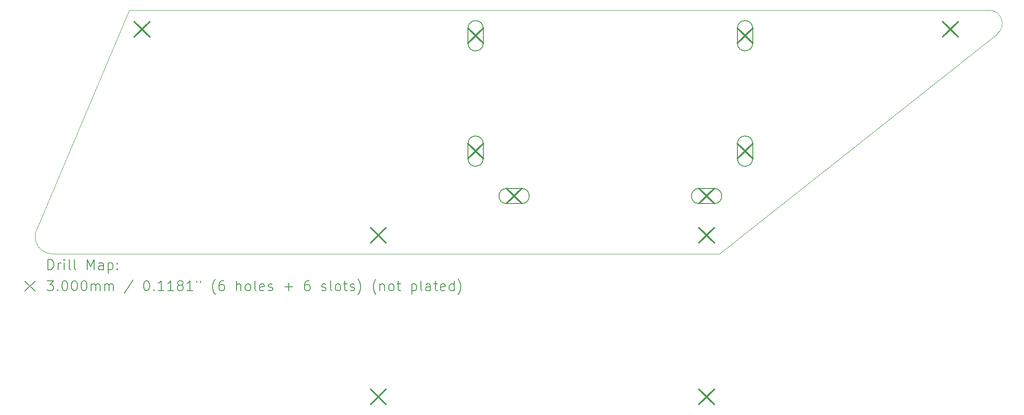
<source format=gbr>
%TF.GenerationSoftware,KiCad,Pcbnew,6.0.10-86aedd382b~118~ubuntu22.04.1*%
%TF.CreationDate,2023-01-22T11:45:30-06:00*%
%TF.ProjectId,badge,62616467-652e-46b6-9963-61645f706362,rev?*%
%TF.SameCoordinates,Original*%
%TF.FileFunction,Drillmap*%
%TF.FilePolarity,Positive*%
%FSLAX45Y45*%
G04 Gerber Fmt 4.5, Leading zero omitted, Abs format (unit mm)*
G04 Created by KiCad (PCBNEW 6.0.10-86aedd382b~118~ubuntu22.04.1) date 2023-01-22 11:45:30*
%MOMM*%
%LPD*%
G01*
G04 APERTURE LIST*
%ADD10C,0.050000*%
%ADD11C,0.200000*%
%ADD12C,0.300000*%
G04 APERTURE END LIST*
D10*
X5080000Y-10668000D02*
X18288000Y-10668000D01*
X4778813Y-10179908D02*
G75*
G03*
X5080000Y-10668000I301377J-151002D01*
G01*
X23622000Y-5842000D02*
X6604000Y-5842000D01*
X23622000Y-5842000D02*
X23622000Y-5842000D01*
X18288000Y-10668000D02*
X23784261Y-6316291D01*
X6604000Y-5842000D02*
X4778811Y-10179908D01*
X23784261Y-6316291D02*
G75*
G03*
X23622000Y-5842000I-162081J209451D01*
G01*
D11*
D12*
X6708000Y-6073000D02*
X7008000Y-6373000D01*
X7008000Y-6073000D02*
X6708000Y-6373000D01*
X11386000Y-10152000D02*
X11686000Y-10452000D01*
X11686000Y-10152000D02*
X11386000Y-10452000D01*
X11386000Y-13352000D02*
X11686000Y-13652000D01*
X11686000Y-13352000D02*
X11386000Y-13652000D01*
X13312000Y-6200000D02*
X13612000Y-6500000D01*
X13612000Y-6200000D02*
X13312000Y-6500000D01*
D11*
X13312000Y-6200000D02*
X13312000Y-6500000D01*
X13612000Y-6200000D02*
X13612000Y-6500000D01*
X13312000Y-6500000D02*
G75*
G03*
X13612000Y-6500000I150000J0D01*
G01*
X13612000Y-6200000D02*
G75*
G03*
X13312000Y-6200000I-150000J0D01*
G01*
D12*
X13312000Y-8486000D02*
X13612000Y-8786000D01*
X13612000Y-8486000D02*
X13312000Y-8786000D01*
D11*
X13312000Y-8486000D02*
X13312000Y-8786000D01*
X13612000Y-8486000D02*
X13612000Y-8786000D01*
X13312000Y-8786000D02*
G75*
G03*
X13612000Y-8786000I150000J0D01*
G01*
X13612000Y-8486000D02*
G75*
G03*
X13312000Y-8486000I-150000J0D01*
G01*
D12*
X14074000Y-9375000D02*
X14374000Y-9675000D01*
X14374000Y-9375000D02*
X14074000Y-9675000D01*
D11*
X14074000Y-9675000D02*
X14374000Y-9675000D01*
X14074000Y-9375000D02*
X14374000Y-9375000D01*
X14374000Y-9675000D02*
G75*
G03*
X14374000Y-9375000I0J150000D01*
G01*
X14074000Y-9375000D02*
G75*
G03*
X14074000Y-9675000I0J-150000D01*
G01*
D12*
X17884000Y-9375000D02*
X18184000Y-9675000D01*
X18184000Y-9375000D02*
X17884000Y-9675000D01*
D11*
X17884000Y-9675000D02*
X18184000Y-9675000D01*
X17884000Y-9375000D02*
X18184000Y-9375000D01*
X18184000Y-9675000D02*
G75*
G03*
X18184000Y-9375000I0J150000D01*
G01*
X17884000Y-9375000D02*
G75*
G03*
X17884000Y-9675000I0J-150000D01*
G01*
D12*
X17886000Y-10152000D02*
X18186000Y-10452000D01*
X18186000Y-10152000D02*
X17886000Y-10452000D01*
X17886000Y-13352000D02*
X18186000Y-13652000D01*
X18186000Y-13352000D02*
X17886000Y-13652000D01*
X18646000Y-6200000D02*
X18946000Y-6500000D01*
X18946000Y-6200000D02*
X18646000Y-6500000D01*
D11*
X18646000Y-6200000D02*
X18646000Y-6500000D01*
X18946000Y-6200000D02*
X18946000Y-6500000D01*
X18646000Y-6500000D02*
G75*
G03*
X18946000Y-6500000I150000J0D01*
G01*
X18946000Y-6200000D02*
G75*
G03*
X18646000Y-6200000I-150000J0D01*
G01*
D12*
X18646000Y-8486000D02*
X18946000Y-8786000D01*
X18946000Y-8486000D02*
X18646000Y-8786000D01*
D11*
X18646000Y-8486000D02*
X18646000Y-8786000D01*
X18946000Y-8486000D02*
X18946000Y-8786000D01*
X18646000Y-8786000D02*
G75*
G03*
X18946000Y-8786000I150000J0D01*
G01*
X18946000Y-8486000D02*
G75*
G03*
X18646000Y-8486000I-150000J0D01*
G01*
D12*
X22710000Y-6073000D02*
X23010000Y-6373000D01*
X23010000Y-6073000D02*
X22710000Y-6373000D01*
D11*
X4998219Y-10980976D02*
X4998219Y-10780976D01*
X5045838Y-10780976D01*
X5074409Y-10790500D01*
X5093457Y-10809548D01*
X5102981Y-10828595D01*
X5112505Y-10866690D01*
X5112505Y-10895262D01*
X5102981Y-10933357D01*
X5093457Y-10952405D01*
X5074409Y-10971452D01*
X5045838Y-10980976D01*
X4998219Y-10980976D01*
X5198219Y-10980976D02*
X5198219Y-10847643D01*
X5198219Y-10885738D02*
X5207743Y-10866690D01*
X5217267Y-10857167D01*
X5236314Y-10847643D01*
X5255362Y-10847643D01*
X5322028Y-10980976D02*
X5322028Y-10847643D01*
X5322028Y-10780976D02*
X5312505Y-10790500D01*
X5322028Y-10800024D01*
X5331552Y-10790500D01*
X5322028Y-10780976D01*
X5322028Y-10800024D01*
X5445838Y-10980976D02*
X5426790Y-10971452D01*
X5417267Y-10952405D01*
X5417267Y-10780976D01*
X5550600Y-10980976D02*
X5531552Y-10971452D01*
X5522028Y-10952405D01*
X5522028Y-10780976D01*
X5779171Y-10980976D02*
X5779171Y-10780976D01*
X5845838Y-10923833D01*
X5912505Y-10780976D01*
X5912505Y-10980976D01*
X6093457Y-10980976D02*
X6093457Y-10876214D01*
X6083933Y-10857167D01*
X6064886Y-10847643D01*
X6026790Y-10847643D01*
X6007743Y-10857167D01*
X6093457Y-10971452D02*
X6074409Y-10980976D01*
X6026790Y-10980976D01*
X6007743Y-10971452D01*
X5998219Y-10952405D01*
X5998219Y-10933357D01*
X6007743Y-10914310D01*
X6026790Y-10904786D01*
X6074409Y-10904786D01*
X6093457Y-10895262D01*
X6188695Y-10847643D02*
X6188695Y-11047643D01*
X6188695Y-10857167D02*
X6207743Y-10847643D01*
X6245838Y-10847643D01*
X6264886Y-10857167D01*
X6274409Y-10866690D01*
X6283933Y-10885738D01*
X6283933Y-10942881D01*
X6274409Y-10961929D01*
X6264886Y-10971452D01*
X6245838Y-10980976D01*
X6207743Y-10980976D01*
X6188695Y-10971452D01*
X6369647Y-10961929D02*
X6379171Y-10971452D01*
X6369647Y-10980976D01*
X6360124Y-10971452D01*
X6369647Y-10961929D01*
X6369647Y-10980976D01*
X6369647Y-10857167D02*
X6379171Y-10866690D01*
X6369647Y-10876214D01*
X6360124Y-10866690D01*
X6369647Y-10857167D01*
X6369647Y-10876214D01*
X4540600Y-11210500D02*
X4740600Y-11410500D01*
X4740600Y-11210500D02*
X4540600Y-11410500D01*
X4979171Y-11200976D02*
X5102981Y-11200976D01*
X5036314Y-11277167D01*
X5064886Y-11277167D01*
X5083933Y-11286690D01*
X5093457Y-11296214D01*
X5102981Y-11315262D01*
X5102981Y-11362881D01*
X5093457Y-11381928D01*
X5083933Y-11391452D01*
X5064886Y-11400976D01*
X5007743Y-11400976D01*
X4988695Y-11391452D01*
X4979171Y-11381928D01*
X5188695Y-11381928D02*
X5198219Y-11391452D01*
X5188695Y-11400976D01*
X5179171Y-11391452D01*
X5188695Y-11381928D01*
X5188695Y-11400976D01*
X5322028Y-11200976D02*
X5341076Y-11200976D01*
X5360124Y-11210500D01*
X5369648Y-11220024D01*
X5379171Y-11239071D01*
X5388695Y-11277167D01*
X5388695Y-11324786D01*
X5379171Y-11362881D01*
X5369648Y-11381928D01*
X5360124Y-11391452D01*
X5341076Y-11400976D01*
X5322028Y-11400976D01*
X5302981Y-11391452D01*
X5293457Y-11381928D01*
X5283933Y-11362881D01*
X5274409Y-11324786D01*
X5274409Y-11277167D01*
X5283933Y-11239071D01*
X5293457Y-11220024D01*
X5302981Y-11210500D01*
X5322028Y-11200976D01*
X5512505Y-11200976D02*
X5531552Y-11200976D01*
X5550600Y-11210500D01*
X5560124Y-11220024D01*
X5569648Y-11239071D01*
X5579171Y-11277167D01*
X5579171Y-11324786D01*
X5569648Y-11362881D01*
X5560124Y-11381928D01*
X5550600Y-11391452D01*
X5531552Y-11400976D01*
X5512505Y-11400976D01*
X5493457Y-11391452D01*
X5483933Y-11381928D01*
X5474409Y-11362881D01*
X5464886Y-11324786D01*
X5464886Y-11277167D01*
X5474409Y-11239071D01*
X5483933Y-11220024D01*
X5493457Y-11210500D01*
X5512505Y-11200976D01*
X5702981Y-11200976D02*
X5722028Y-11200976D01*
X5741076Y-11210500D01*
X5750600Y-11220024D01*
X5760124Y-11239071D01*
X5769647Y-11277167D01*
X5769647Y-11324786D01*
X5760124Y-11362881D01*
X5750600Y-11381928D01*
X5741076Y-11391452D01*
X5722028Y-11400976D01*
X5702981Y-11400976D01*
X5683933Y-11391452D01*
X5674409Y-11381928D01*
X5664886Y-11362881D01*
X5655362Y-11324786D01*
X5655362Y-11277167D01*
X5664886Y-11239071D01*
X5674409Y-11220024D01*
X5683933Y-11210500D01*
X5702981Y-11200976D01*
X5855362Y-11400976D02*
X5855362Y-11267643D01*
X5855362Y-11286690D02*
X5864886Y-11277167D01*
X5883933Y-11267643D01*
X5912505Y-11267643D01*
X5931552Y-11277167D01*
X5941076Y-11296214D01*
X5941076Y-11400976D01*
X5941076Y-11296214D02*
X5950600Y-11277167D01*
X5969647Y-11267643D01*
X5998219Y-11267643D01*
X6017266Y-11277167D01*
X6026790Y-11296214D01*
X6026790Y-11400976D01*
X6122028Y-11400976D02*
X6122028Y-11267643D01*
X6122028Y-11286690D02*
X6131552Y-11277167D01*
X6150600Y-11267643D01*
X6179171Y-11267643D01*
X6198219Y-11277167D01*
X6207743Y-11296214D01*
X6207743Y-11400976D01*
X6207743Y-11296214D02*
X6217266Y-11277167D01*
X6236314Y-11267643D01*
X6264886Y-11267643D01*
X6283933Y-11277167D01*
X6293457Y-11296214D01*
X6293457Y-11400976D01*
X6683933Y-11191452D02*
X6512505Y-11448595D01*
X6941076Y-11200976D02*
X6960124Y-11200976D01*
X6979171Y-11210500D01*
X6988695Y-11220024D01*
X6998219Y-11239071D01*
X7007743Y-11277167D01*
X7007743Y-11324786D01*
X6998219Y-11362881D01*
X6988695Y-11381928D01*
X6979171Y-11391452D01*
X6960124Y-11400976D01*
X6941076Y-11400976D01*
X6922028Y-11391452D01*
X6912505Y-11381928D01*
X6902981Y-11362881D01*
X6893457Y-11324786D01*
X6893457Y-11277167D01*
X6902981Y-11239071D01*
X6912505Y-11220024D01*
X6922028Y-11210500D01*
X6941076Y-11200976D01*
X7093457Y-11381928D02*
X7102981Y-11391452D01*
X7093457Y-11400976D01*
X7083933Y-11391452D01*
X7093457Y-11381928D01*
X7093457Y-11400976D01*
X7293457Y-11400976D02*
X7179171Y-11400976D01*
X7236314Y-11400976D02*
X7236314Y-11200976D01*
X7217266Y-11229548D01*
X7198219Y-11248595D01*
X7179171Y-11258119D01*
X7483933Y-11400976D02*
X7369647Y-11400976D01*
X7426790Y-11400976D02*
X7426790Y-11200976D01*
X7407743Y-11229548D01*
X7388695Y-11248595D01*
X7369647Y-11258119D01*
X7598219Y-11286690D02*
X7579171Y-11277167D01*
X7569647Y-11267643D01*
X7560124Y-11248595D01*
X7560124Y-11239071D01*
X7569647Y-11220024D01*
X7579171Y-11210500D01*
X7598219Y-11200976D01*
X7636314Y-11200976D01*
X7655362Y-11210500D01*
X7664886Y-11220024D01*
X7674409Y-11239071D01*
X7674409Y-11248595D01*
X7664886Y-11267643D01*
X7655362Y-11277167D01*
X7636314Y-11286690D01*
X7598219Y-11286690D01*
X7579171Y-11296214D01*
X7569647Y-11305738D01*
X7560124Y-11324786D01*
X7560124Y-11362881D01*
X7569647Y-11381928D01*
X7579171Y-11391452D01*
X7598219Y-11400976D01*
X7636314Y-11400976D01*
X7655362Y-11391452D01*
X7664886Y-11381928D01*
X7674409Y-11362881D01*
X7674409Y-11324786D01*
X7664886Y-11305738D01*
X7655362Y-11296214D01*
X7636314Y-11286690D01*
X7864886Y-11400976D02*
X7750600Y-11400976D01*
X7807743Y-11400976D02*
X7807743Y-11200976D01*
X7788695Y-11229548D01*
X7769647Y-11248595D01*
X7750600Y-11258119D01*
X7941076Y-11200976D02*
X7941076Y-11239071D01*
X8017266Y-11200976D02*
X8017266Y-11239071D01*
X8312505Y-11477167D02*
X8302981Y-11467643D01*
X8283933Y-11439071D01*
X8274409Y-11420024D01*
X8264886Y-11391452D01*
X8255362Y-11343833D01*
X8255362Y-11305738D01*
X8264886Y-11258119D01*
X8274409Y-11229548D01*
X8283933Y-11210500D01*
X8302981Y-11181929D01*
X8312505Y-11172405D01*
X8474409Y-11200976D02*
X8436314Y-11200976D01*
X8417267Y-11210500D01*
X8407743Y-11220024D01*
X8388695Y-11248595D01*
X8379171Y-11286690D01*
X8379171Y-11362881D01*
X8388695Y-11381928D01*
X8398219Y-11391452D01*
X8417267Y-11400976D01*
X8455362Y-11400976D01*
X8474409Y-11391452D01*
X8483933Y-11381928D01*
X8493457Y-11362881D01*
X8493457Y-11315262D01*
X8483933Y-11296214D01*
X8474409Y-11286690D01*
X8455362Y-11277167D01*
X8417267Y-11277167D01*
X8398219Y-11286690D01*
X8388695Y-11296214D01*
X8379171Y-11315262D01*
X8731552Y-11400976D02*
X8731552Y-11200976D01*
X8817267Y-11400976D02*
X8817267Y-11296214D01*
X8807743Y-11277167D01*
X8788695Y-11267643D01*
X8760124Y-11267643D01*
X8741076Y-11277167D01*
X8731552Y-11286690D01*
X8941076Y-11400976D02*
X8922028Y-11391452D01*
X8912505Y-11381928D01*
X8902981Y-11362881D01*
X8902981Y-11305738D01*
X8912505Y-11286690D01*
X8922028Y-11277167D01*
X8941076Y-11267643D01*
X8969648Y-11267643D01*
X8988695Y-11277167D01*
X8998219Y-11286690D01*
X9007743Y-11305738D01*
X9007743Y-11362881D01*
X8998219Y-11381928D01*
X8988695Y-11391452D01*
X8969648Y-11400976D01*
X8941076Y-11400976D01*
X9122028Y-11400976D02*
X9102981Y-11391452D01*
X9093457Y-11372405D01*
X9093457Y-11200976D01*
X9274409Y-11391452D02*
X9255362Y-11400976D01*
X9217267Y-11400976D01*
X9198219Y-11391452D01*
X9188695Y-11372405D01*
X9188695Y-11296214D01*
X9198219Y-11277167D01*
X9217267Y-11267643D01*
X9255362Y-11267643D01*
X9274409Y-11277167D01*
X9283933Y-11296214D01*
X9283933Y-11315262D01*
X9188695Y-11334309D01*
X9360124Y-11391452D02*
X9379171Y-11400976D01*
X9417267Y-11400976D01*
X9436314Y-11391452D01*
X9445838Y-11372405D01*
X9445838Y-11362881D01*
X9436314Y-11343833D01*
X9417267Y-11334309D01*
X9388695Y-11334309D01*
X9369648Y-11324786D01*
X9360124Y-11305738D01*
X9360124Y-11296214D01*
X9369648Y-11277167D01*
X9388695Y-11267643D01*
X9417267Y-11267643D01*
X9436314Y-11277167D01*
X9683933Y-11324786D02*
X9836314Y-11324786D01*
X9760124Y-11400976D02*
X9760124Y-11248595D01*
X10169648Y-11200976D02*
X10131552Y-11200976D01*
X10112505Y-11210500D01*
X10102981Y-11220024D01*
X10083933Y-11248595D01*
X10074409Y-11286690D01*
X10074409Y-11362881D01*
X10083933Y-11381928D01*
X10093457Y-11391452D01*
X10112505Y-11400976D01*
X10150600Y-11400976D01*
X10169648Y-11391452D01*
X10179171Y-11381928D01*
X10188695Y-11362881D01*
X10188695Y-11315262D01*
X10179171Y-11296214D01*
X10169648Y-11286690D01*
X10150600Y-11277167D01*
X10112505Y-11277167D01*
X10093457Y-11286690D01*
X10083933Y-11296214D01*
X10074409Y-11315262D01*
X10417267Y-11391452D02*
X10436314Y-11400976D01*
X10474409Y-11400976D01*
X10493457Y-11391452D01*
X10502981Y-11372405D01*
X10502981Y-11362881D01*
X10493457Y-11343833D01*
X10474409Y-11334309D01*
X10445838Y-11334309D01*
X10426790Y-11324786D01*
X10417267Y-11305738D01*
X10417267Y-11296214D01*
X10426790Y-11277167D01*
X10445838Y-11267643D01*
X10474409Y-11267643D01*
X10493457Y-11277167D01*
X10617267Y-11400976D02*
X10598219Y-11391452D01*
X10588695Y-11372405D01*
X10588695Y-11200976D01*
X10722028Y-11400976D02*
X10702981Y-11391452D01*
X10693457Y-11381928D01*
X10683933Y-11362881D01*
X10683933Y-11305738D01*
X10693457Y-11286690D01*
X10702981Y-11277167D01*
X10722028Y-11267643D01*
X10750600Y-11267643D01*
X10769648Y-11277167D01*
X10779171Y-11286690D01*
X10788695Y-11305738D01*
X10788695Y-11362881D01*
X10779171Y-11381928D01*
X10769648Y-11391452D01*
X10750600Y-11400976D01*
X10722028Y-11400976D01*
X10845838Y-11267643D02*
X10922028Y-11267643D01*
X10874409Y-11200976D02*
X10874409Y-11372405D01*
X10883933Y-11391452D01*
X10902981Y-11400976D01*
X10922028Y-11400976D01*
X10979171Y-11391452D02*
X10998219Y-11400976D01*
X11036314Y-11400976D01*
X11055362Y-11391452D01*
X11064886Y-11372405D01*
X11064886Y-11362881D01*
X11055362Y-11343833D01*
X11036314Y-11334309D01*
X11007743Y-11334309D01*
X10988695Y-11324786D01*
X10979171Y-11305738D01*
X10979171Y-11296214D01*
X10988695Y-11277167D01*
X11007743Y-11267643D01*
X11036314Y-11267643D01*
X11055362Y-11277167D01*
X11131552Y-11477167D02*
X11141076Y-11467643D01*
X11160124Y-11439071D01*
X11169648Y-11420024D01*
X11179171Y-11391452D01*
X11188695Y-11343833D01*
X11188695Y-11305738D01*
X11179171Y-11258119D01*
X11169648Y-11229548D01*
X11160124Y-11210500D01*
X11141076Y-11181929D01*
X11131552Y-11172405D01*
X11493457Y-11477167D02*
X11483933Y-11467643D01*
X11464886Y-11439071D01*
X11455362Y-11420024D01*
X11445838Y-11391452D01*
X11436314Y-11343833D01*
X11436314Y-11305738D01*
X11445838Y-11258119D01*
X11455362Y-11229548D01*
X11464886Y-11210500D01*
X11483933Y-11181929D01*
X11493457Y-11172405D01*
X11569647Y-11267643D02*
X11569647Y-11400976D01*
X11569647Y-11286690D02*
X11579171Y-11277167D01*
X11598219Y-11267643D01*
X11626790Y-11267643D01*
X11645838Y-11277167D01*
X11655362Y-11296214D01*
X11655362Y-11400976D01*
X11779171Y-11400976D02*
X11760124Y-11391452D01*
X11750600Y-11381928D01*
X11741076Y-11362881D01*
X11741076Y-11305738D01*
X11750600Y-11286690D01*
X11760124Y-11277167D01*
X11779171Y-11267643D01*
X11807743Y-11267643D01*
X11826790Y-11277167D01*
X11836314Y-11286690D01*
X11845838Y-11305738D01*
X11845838Y-11362881D01*
X11836314Y-11381928D01*
X11826790Y-11391452D01*
X11807743Y-11400976D01*
X11779171Y-11400976D01*
X11902981Y-11267643D02*
X11979171Y-11267643D01*
X11931552Y-11200976D02*
X11931552Y-11372405D01*
X11941076Y-11391452D01*
X11960124Y-11400976D01*
X11979171Y-11400976D01*
X12198219Y-11267643D02*
X12198219Y-11467643D01*
X12198219Y-11277167D02*
X12217266Y-11267643D01*
X12255362Y-11267643D01*
X12274409Y-11277167D01*
X12283933Y-11286690D01*
X12293457Y-11305738D01*
X12293457Y-11362881D01*
X12283933Y-11381928D01*
X12274409Y-11391452D01*
X12255362Y-11400976D01*
X12217266Y-11400976D01*
X12198219Y-11391452D01*
X12407743Y-11400976D02*
X12388695Y-11391452D01*
X12379171Y-11372405D01*
X12379171Y-11200976D01*
X12569647Y-11400976D02*
X12569647Y-11296214D01*
X12560124Y-11277167D01*
X12541076Y-11267643D01*
X12502981Y-11267643D01*
X12483933Y-11277167D01*
X12569647Y-11391452D02*
X12550600Y-11400976D01*
X12502981Y-11400976D01*
X12483933Y-11391452D01*
X12474409Y-11372405D01*
X12474409Y-11353357D01*
X12483933Y-11334309D01*
X12502981Y-11324786D01*
X12550600Y-11324786D01*
X12569647Y-11315262D01*
X12636314Y-11267643D02*
X12712505Y-11267643D01*
X12664886Y-11200976D02*
X12664886Y-11372405D01*
X12674409Y-11391452D01*
X12693457Y-11400976D01*
X12712505Y-11400976D01*
X12855362Y-11391452D02*
X12836314Y-11400976D01*
X12798219Y-11400976D01*
X12779171Y-11391452D01*
X12769647Y-11372405D01*
X12769647Y-11296214D01*
X12779171Y-11277167D01*
X12798219Y-11267643D01*
X12836314Y-11267643D01*
X12855362Y-11277167D01*
X12864886Y-11296214D01*
X12864886Y-11315262D01*
X12769647Y-11334309D01*
X13036314Y-11400976D02*
X13036314Y-11200976D01*
X13036314Y-11391452D02*
X13017266Y-11400976D01*
X12979171Y-11400976D01*
X12960124Y-11391452D01*
X12950600Y-11381928D01*
X12941076Y-11362881D01*
X12941076Y-11305738D01*
X12950600Y-11286690D01*
X12960124Y-11277167D01*
X12979171Y-11267643D01*
X13017266Y-11267643D01*
X13036314Y-11277167D01*
X13112505Y-11477167D02*
X13122028Y-11467643D01*
X13141076Y-11439071D01*
X13150600Y-11420024D01*
X13160124Y-11391452D01*
X13169647Y-11343833D01*
X13169647Y-11305738D01*
X13160124Y-11258119D01*
X13150600Y-11229548D01*
X13141076Y-11210500D01*
X13122028Y-11181929D01*
X13112505Y-11172405D01*
M02*

</source>
